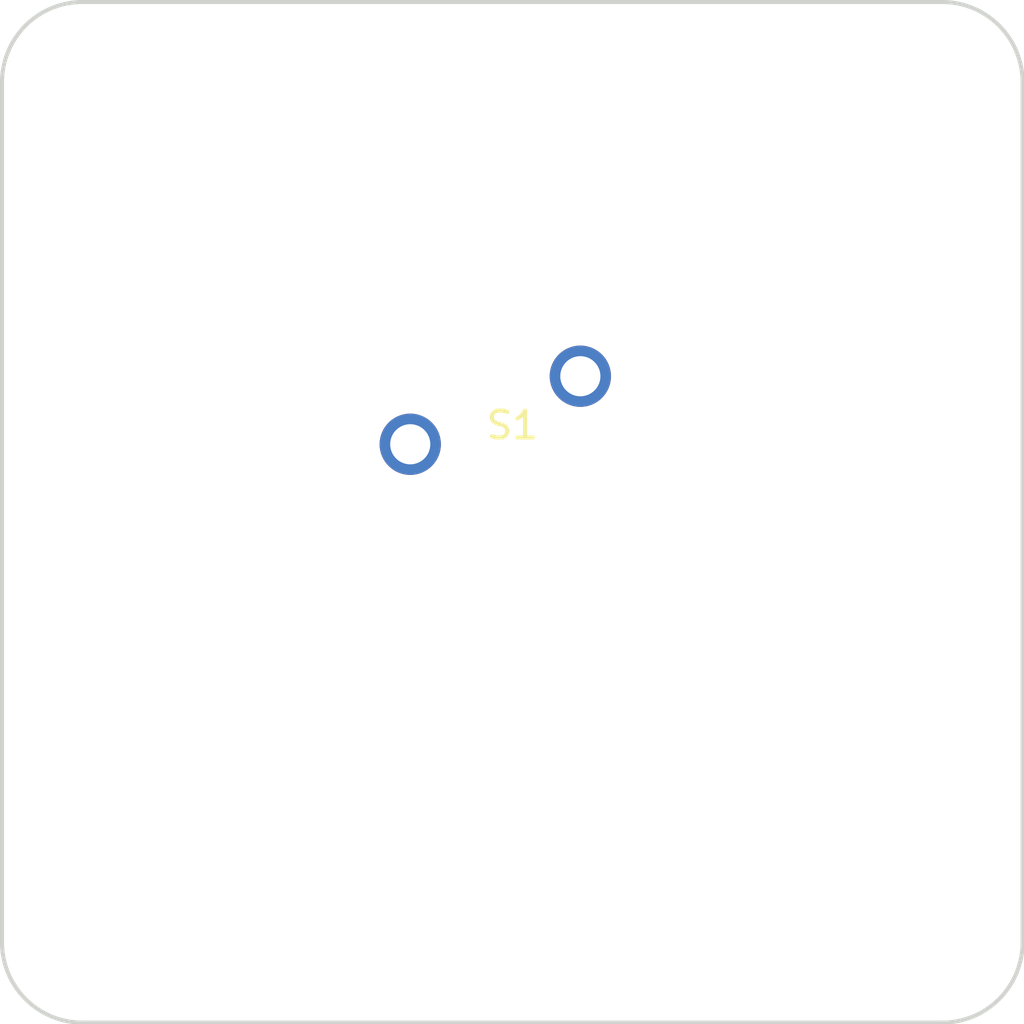
<source format=kicad_pcb>

            
(kicad_pcb (version 20171130) (host pcbnew 5.1.6)

  (page A3)
  (title_block
    (title mx)
    (rev 2024.03.25)
    (company "Travis Hardiman")
  )

  (general
    (thickness 1.6)
  )

  (layers
    (0 F.Cu signal)
    (31 B.Cu signal)
    (32 B.Adhes user)
    (33 F.Adhes user)
    (34 B.Paste user)
    (35 F.Paste user)
    (36 B.SilkS user)
    (37 F.SilkS user)
    (38 B.Mask user)
    (39 F.Mask user)
    (40 Dwgs.User user)
    (41 Cmts.User user)
    (42 Eco1.User user)
    (43 Eco2.User user)
    (44 Edge.Cuts user)
    (45 Margin user)
    (46 B.CrtYd user)
    (47 F.CrtYd user)
    (48 B.Fab user)
    (49 F.Fab user)
  )

  (setup
    (last_trace_width 0.25)
    (trace_clearance 0.2)
    (zone_clearance 0.508)
    (zone_45_only no)
    (trace_min 0.2)
    (via_size 0.8)
    (via_drill 0.4)
    (via_min_size 0.4)
    (via_min_drill 0.3)
    (uvia_size 0.3)
    (uvia_drill 0.1)
    (uvias_allowed no)
    (uvia_min_size 0.2)
    (uvia_min_drill 0.1)
    (edge_width 0.05)
    (segment_width 0.2)
    (pcb_text_width 0.3)
    (pcb_text_size 1.5 1.5)
    (mod_edge_width 0.12)
    (mod_text_size 1 1)
    (mod_text_width 0.15)
    (pad_size 1.524 1.524)
    (pad_drill 0.762)
    (pad_to_mask_clearance 0.05)
    (aux_axis_origin 0 0)
    (visible_elements FFFFFF7F)
    (pcbplotparams
      (layerselection 0x010fc_ffffffff)
      (usegerberextensions false)
      (usegerberattributes true)
      (usegerberadvancedattributes true)
      (creategerberjobfile true)
      (excludeedgelayer true)
      (linewidth 0.100000)
      (plotframeref false)
      (viasonmask false)
      (mode 1)
      (useauxorigin false)
      (hpglpennumber 1)
      (hpglpenspeed 20)
      (hpglpendiameter 15.000000)
      (psnegative false)
      (psa4output false)
      (plotreference true)
      (plotvalue true)
      (plotinvisibletext false)
      (padsonsilk false)
      (subtractmaskfromsilk false)
      (outputformat 1)
      (mirror false)
      (drillshape 1)
      (scaleselection 1)
      (outputdirectory ""))
  )

            (net 0 "")
(net 1 "from_col")
(net 2 "to_diode")
            
  (net_class Default "This is the default net class."
    (clearance 0.2)
    (trace_width 0.25)
    (via_dia 0.8)
    (via_drill 0.4)
    (uvia_dia 0.3)
    (uvia_drill 0.1)
    (add_net "")
(add_net "from_col")
(add_net "to_diode")
  )

            
          
        (module "travis:MX" (layer F.Cu)
        (at 0 0 0)
  
        
        (fp_text reference "S1" (at 0 -3.25) (layer F.SilkS)  (effects (font (size 1 1) (thickness 0.15))))
        (fp_text value "" (at 0 0) (layer B.Fab) hide (effects (font (size 1 1) (thickness 0.15))))
  
        
        (fp_line (start -7 -6) (end -7 -7) (layer Dwgs.User) (width 0.15))
        (fp_line (start -7 7) (end -6 7) (layer Dwgs.User) (width 0.15))
        (fp_line (start -6 -7) (end -7 -7) (layer Dwgs.User) (width 0.15))
        (fp_line (start -7 7) (end -7 6) (layer Dwgs.User) (width 0.15))
        (fp_line (start 7 6) (end 7 7) (layer Dwgs.User) (width 0.15))
        (fp_line (start 7 -7) (end 6 -7) (layer Dwgs.User) (width 0.15))
        (fp_line (start 6 7) (end 7 7) (layer Dwgs.User) (width 0.15))
        (fp_line (start 7 -7) (end 7 -6) (layer Dwgs.User) (width 0.15))
      
        
        (pad "" np_thru_hole circle (at 0 0) (size 3.9878 3.9878) (drill 3.9878) (layers *.Cu *.Mask))
  
        
        (pad "" np_thru_hole circle (at 5.08 0) (size 1.7018 1.7018) (drill 1.7018) (layers *.Cu *.Mask))
        (pad "" np_thru_hole circle (at -5.08 0) (size 1.7018 1.7018) (drill 1.7018) (layers *.Cu *.Mask))
        
          
          
              
              (pad 1 thru_hole circle (at 2.54 -5.08) (size 2.286 2.286) (drill 1.4986) (layers *.Cu *.Mask) (net 1 "from_col"))
              (pad 2 thru_hole circle (at -3.81 -2.54) (size 2.286 2.286) (drill 1.4986) (layers *.Cu *.Mask) (net 2 "to_diode"))
            
          
      (model "${SCOTTOKEEBS_KICAD}/3dmodels/ScottoKeebs_Hotswap.3dshapes/Hotswap_MX.step"
		(offset (xyz 0 0 0) )
		(scale (xyz 1 1 1) )
		(rotate (xyz 0 0 0) )
	  ))
          
            (gr_line (start -19.05 16.05) (end -19.05 -16.05) (angle 90) (layer Edge.Cuts) (width 0.15))
(gr_line (start -16.05 -19.05) (end 16.05 -19.05) (angle 90) (layer Edge.Cuts) (width 0.15))
(gr_line (start 19.05 -16.05) (end 19.05 16.05) (angle 90) (layer Edge.Cuts) (width 0.15))
(gr_line (start 16.05 19.05) (end -16.05 19.05) (angle 90) (layer Edge.Cuts) (width 0.15))
(gr_arc (start -16.05 -16.05) (end -16.05 -19.05) (angle -90) (layer Edge.Cuts) (width 0.15))
(gr_arc (start 16.05 -16.05) (end 19.05 -16.05) (angle -90) (layer Edge.Cuts) (width 0.15))
(gr_arc (start 16.05 16.05) (end 16.05 19.05) (angle -90) (layer Edge.Cuts) (width 0.15))
(gr_arc (start -16.05 16.05) (end -19.05 16.05) (angle -90) (layer Edge.Cuts) (width 0.15))
            
)

        
</source>
